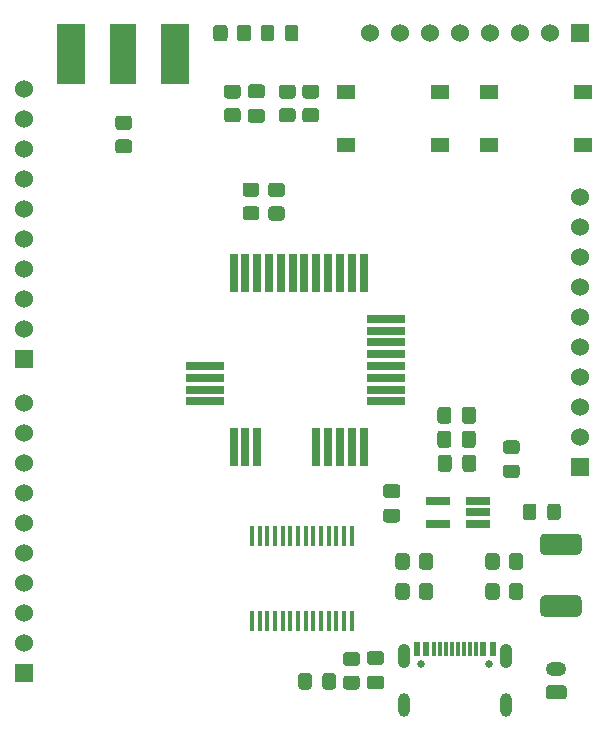
<source format=gts>
G04 #@! TF.GenerationSoftware,KiCad,Pcbnew,(5.1.10)-1*
G04 #@! TF.CreationDate,2021-10-24T18:30:48+02:00*
G04 #@! TF.ProjectId,rak3172_easeboard,72616b33-3137-4325-9f65-617365626f61,rev?*
G04 #@! TF.SameCoordinates,Original*
G04 #@! TF.FileFunction,Soldermask,Top*
G04 #@! TF.FilePolarity,Negative*
%FSLAX46Y46*%
G04 Gerber Fmt 4.6, Leading zero omitted, Abs format (unit mm)*
G04 Created by KiCad (PCBNEW (5.1.10)-1) date 2021-10-24 18:30:48*
%MOMM*%
%LPD*%
G01*
G04 APERTURE LIST*
%ADD10R,0.300000X1.150000*%
%ADD11R,0.600000X1.150000*%
%ADD12C,0.650000*%
%ADD13O,1.050000X2.100000*%
%ADD14O,1.000000X2.000000*%
%ADD15R,1.524000X1.524000*%
%ADD16C,1.524000*%
%ADD17R,0.700000X3.200000*%
%ADD18R,3.200000X0.700000*%
%ADD19R,2.000000X0.650000*%
%ADD20R,0.450000X1.750000*%
%ADD21R,1.550000X1.300000*%
%ADD22O,1.750000X1.200000*%
%ADD23R,2.290000X5.080000*%
%ADD24R,2.420000X5.080000*%
G04 APERTURE END LIST*
D10*
X152800000Y-126670000D03*
X153300000Y-126670000D03*
X153800000Y-126670000D03*
X156300000Y-126670000D03*
X155800000Y-126670000D03*
X155300000Y-126670000D03*
X154300000Y-126670000D03*
X154800000Y-126670000D03*
D11*
X156950000Y-126670000D03*
X152150000Y-126670000D03*
X157750000Y-126670000D03*
X151350000Y-126670000D03*
D12*
X151660000Y-127925000D03*
X157440000Y-127925000D03*
D13*
X158870000Y-127245000D03*
X150230000Y-127245000D03*
D14*
X158870000Y-131425000D03*
X150230000Y-131425000D03*
G36*
G01*
X149674600Y-113862300D02*
X148724600Y-113862300D01*
G75*
G02*
X148474600Y-113612300I0J250000D01*
G01*
X148474600Y-112937300D01*
G75*
G02*
X148724600Y-112687300I250000J0D01*
G01*
X149674600Y-112687300D01*
G75*
G02*
X149924600Y-112937300I0J-250000D01*
G01*
X149924600Y-113612300D01*
G75*
G02*
X149674600Y-113862300I-250000J0D01*
G01*
G37*
G36*
G01*
X149674600Y-115937300D02*
X148724600Y-115937300D01*
G75*
G02*
X148474600Y-115687300I0J250000D01*
G01*
X148474600Y-115012300D01*
G75*
G02*
X148724600Y-114762300I250000J0D01*
G01*
X149674600Y-114762300D01*
G75*
G02*
X149924600Y-115012300I0J-250000D01*
G01*
X149924600Y-115687300D01*
G75*
G02*
X149674600Y-115937300I-250000J0D01*
G01*
G37*
D15*
X118043200Y-128696400D03*
D16*
X118043200Y-126156400D03*
X118043200Y-123616400D03*
X118043200Y-121076400D03*
X118043200Y-118536400D03*
X118043200Y-115996400D03*
X118043200Y-113456400D03*
X118043200Y-105836400D03*
X118043200Y-108376400D03*
X118043200Y-110916400D03*
D15*
X118033800Y-102128000D03*
D16*
X118033800Y-99588000D03*
X118033800Y-97048000D03*
X118033800Y-94508000D03*
X118033800Y-91968000D03*
X118033800Y-89428000D03*
X118033800Y-86888000D03*
X118033800Y-79268000D03*
X118033800Y-81808000D03*
X118033800Y-84348000D03*
D15*
X165120000Y-74498200D03*
D16*
X162580000Y-74498200D03*
X160040000Y-74498200D03*
X157500000Y-74498200D03*
X154960000Y-74498200D03*
X147340000Y-74498200D03*
X149880000Y-74498200D03*
X152420000Y-74498200D03*
D15*
X165134000Y-111257600D03*
D16*
X165134000Y-108717600D03*
X165134000Y-106177600D03*
X165134000Y-103637600D03*
X165134000Y-101097600D03*
X165134000Y-98557600D03*
X165134000Y-96017600D03*
X165134000Y-88397600D03*
X165134000Y-90937600D03*
X165134000Y-93477600D03*
D17*
X135821600Y-94784200D03*
X136821600Y-94784200D03*
X137821600Y-94784200D03*
X138821600Y-94784200D03*
X139821600Y-94784200D03*
X140821600Y-94784200D03*
X141821600Y-94784200D03*
X142821600Y-94784200D03*
X143821600Y-94784200D03*
X144821600Y-94784200D03*
X145821600Y-94784200D03*
X146821600Y-94784200D03*
D18*
X148721600Y-98684200D03*
X148721600Y-99684200D03*
X148721600Y-100684200D03*
X148721600Y-101684200D03*
X148721600Y-102684200D03*
X148721600Y-103684200D03*
X148721600Y-104684200D03*
X148721600Y-105684200D03*
D17*
X146821600Y-109584200D03*
X145821600Y-109584200D03*
X144821600Y-109584200D03*
X143821600Y-109584200D03*
X142821600Y-109584200D03*
X137821600Y-109584200D03*
X136821600Y-109584200D03*
X135821600Y-109584200D03*
D18*
X133421600Y-105684200D03*
X133421600Y-104684200D03*
X133421600Y-103684200D03*
X133421600Y-102684200D03*
D19*
X156540200Y-116022200D03*
X156540200Y-115072200D03*
X156540200Y-114122200D03*
X153120200Y-114122200D03*
X153120200Y-116022200D03*
D20*
X137380000Y-124300800D03*
X138030000Y-124300800D03*
X138680000Y-124300800D03*
X139330000Y-124300800D03*
X139980000Y-124300800D03*
X140630000Y-124300800D03*
X141280000Y-124300800D03*
X141930000Y-124300800D03*
X142580000Y-124300800D03*
X143230000Y-124300800D03*
X143880000Y-124300800D03*
X144530000Y-124300800D03*
X145180000Y-124300800D03*
X145830000Y-124300800D03*
X145830000Y-117100800D03*
X145180000Y-117100800D03*
X144530000Y-117100800D03*
X143880000Y-117100800D03*
X143230000Y-117100800D03*
X142580000Y-117100800D03*
X141930000Y-117100800D03*
X141280000Y-117100800D03*
X140630000Y-117100800D03*
X139980000Y-117100800D03*
X139330000Y-117100800D03*
X138680000Y-117100800D03*
X138030000Y-117100800D03*
X137380000Y-117100800D03*
D21*
X165366600Y-79487200D03*
X165366600Y-83987200D03*
X157416600Y-83987200D03*
X157416600Y-79487200D03*
X145351600Y-83987200D03*
X145351600Y-79487200D03*
X153301600Y-79487200D03*
X153301600Y-83987200D03*
G36*
G01*
X157134000Y-122217601D02*
X157134000Y-121317599D01*
G75*
G02*
X157383999Y-121067600I249999J0D01*
G01*
X158084001Y-121067600D01*
G75*
G02*
X158334000Y-121317599I0J-249999D01*
G01*
X158334000Y-122217601D01*
G75*
G02*
X158084001Y-122467600I-249999J0D01*
G01*
X157383999Y-122467600D01*
G75*
G02*
X157134000Y-122217601I0J249999D01*
G01*
G37*
G36*
G01*
X159134000Y-122217601D02*
X159134000Y-121317599D01*
G75*
G02*
X159383999Y-121067600I249999J0D01*
G01*
X160084001Y-121067600D01*
G75*
G02*
X160334000Y-121317599I0J-249999D01*
G01*
X160334000Y-122217601D01*
G75*
G02*
X160084001Y-122467600I-249999J0D01*
G01*
X159383999Y-122467600D01*
G75*
G02*
X159134000Y-122217601I0J249999D01*
G01*
G37*
G36*
G01*
X157134000Y-119677601D02*
X157134000Y-118777599D01*
G75*
G02*
X157383999Y-118527600I249999J0D01*
G01*
X158084001Y-118527600D01*
G75*
G02*
X158334000Y-118777599I0J-249999D01*
G01*
X158334000Y-119677601D01*
G75*
G02*
X158084001Y-119927600I-249999J0D01*
G01*
X157383999Y-119927600D01*
G75*
G02*
X157134000Y-119677601I0J249999D01*
G01*
G37*
G36*
G01*
X159134000Y-119677601D02*
X159134000Y-118777599D01*
G75*
G02*
X159383999Y-118527600I249999J0D01*
G01*
X160084001Y-118527600D01*
G75*
G02*
X160334000Y-118777599I0J-249999D01*
G01*
X160334000Y-119677601D01*
G75*
G02*
X160084001Y-119927600I-249999J0D01*
G01*
X159383999Y-119927600D01*
G75*
G02*
X159134000Y-119677601I0J249999D01*
G01*
G37*
G36*
G01*
X152714000Y-118777599D02*
X152714000Y-119677601D01*
G75*
G02*
X152464001Y-119927600I-249999J0D01*
G01*
X151763999Y-119927600D01*
G75*
G02*
X151514000Y-119677601I0J249999D01*
G01*
X151514000Y-118777599D01*
G75*
G02*
X151763999Y-118527600I249999J0D01*
G01*
X152464001Y-118527600D01*
G75*
G02*
X152714000Y-118777599I0J-249999D01*
G01*
G37*
G36*
G01*
X150714000Y-118777599D02*
X150714000Y-119677601D01*
G75*
G02*
X150464001Y-119927600I-249999J0D01*
G01*
X149763999Y-119927600D01*
G75*
G02*
X149514000Y-119677601I0J249999D01*
G01*
X149514000Y-118777599D01*
G75*
G02*
X149763999Y-118527600I249999J0D01*
G01*
X150464001Y-118527600D01*
G75*
G02*
X150714000Y-118777599I0J-249999D01*
G01*
G37*
G36*
G01*
X152714000Y-121317599D02*
X152714000Y-122217601D01*
G75*
G02*
X152464001Y-122467600I-249999J0D01*
G01*
X151763999Y-122467600D01*
G75*
G02*
X151514000Y-122217601I0J249999D01*
G01*
X151514000Y-121317599D01*
G75*
G02*
X151763999Y-121067600I249999J0D01*
G01*
X152464001Y-121067600D01*
G75*
G02*
X152714000Y-121317599I0J-249999D01*
G01*
G37*
G36*
G01*
X150714000Y-121317599D02*
X150714000Y-122217601D01*
G75*
G02*
X150464001Y-122467600I-249999J0D01*
G01*
X149763999Y-122467600D01*
G75*
G02*
X149514000Y-122217601I0J249999D01*
G01*
X149514000Y-121317599D01*
G75*
G02*
X149763999Y-121067600I249999J0D01*
G01*
X150464001Y-121067600D01*
G75*
G02*
X150714000Y-121317599I0J-249999D01*
G01*
G37*
G36*
G01*
X126059999Y-81490000D02*
X126960001Y-81490000D01*
G75*
G02*
X127210000Y-81739999I0J-249999D01*
G01*
X127210000Y-82440001D01*
G75*
G02*
X126960001Y-82690000I-249999J0D01*
G01*
X126059999Y-82690000D01*
G75*
G02*
X125810000Y-82440001I0J249999D01*
G01*
X125810000Y-81739999D01*
G75*
G02*
X126059999Y-81490000I249999J0D01*
G01*
G37*
G36*
G01*
X126059999Y-83490000D02*
X126960001Y-83490000D01*
G75*
G02*
X127210000Y-83739999I0J-249999D01*
G01*
X127210000Y-84440001D01*
G75*
G02*
X126960001Y-84690000I-249999J0D01*
G01*
X126059999Y-84690000D01*
G75*
G02*
X125810000Y-84440001I0J249999D01*
G01*
X125810000Y-83739999D01*
G75*
G02*
X126059999Y-83490000I249999J0D01*
G01*
G37*
G36*
G01*
X134102800Y-74948201D02*
X134102800Y-74048199D01*
G75*
G02*
X134352799Y-73798200I249999J0D01*
G01*
X135052801Y-73798200D01*
G75*
G02*
X135302800Y-74048199I0J-249999D01*
G01*
X135302800Y-74948201D01*
G75*
G02*
X135052801Y-75198200I-249999J0D01*
G01*
X134352799Y-75198200D01*
G75*
G02*
X134102800Y-74948201I0J249999D01*
G01*
G37*
G36*
G01*
X136102800Y-74948201D02*
X136102800Y-74048199D01*
G75*
G02*
X136352799Y-73798200I249999J0D01*
G01*
X137052801Y-73798200D01*
G75*
G02*
X137302800Y-74048199I0J-249999D01*
G01*
X137302800Y-74948201D01*
G75*
G02*
X137052801Y-75198200I-249999J0D01*
G01*
X136352799Y-75198200D01*
G75*
G02*
X136102800Y-74948201I0J249999D01*
G01*
G37*
G36*
G01*
X136836999Y-87149000D02*
X137737001Y-87149000D01*
G75*
G02*
X137987000Y-87398999I0J-249999D01*
G01*
X137987000Y-88099001D01*
G75*
G02*
X137737001Y-88349000I-249999J0D01*
G01*
X136836999Y-88349000D01*
G75*
G02*
X136587000Y-88099001I0J249999D01*
G01*
X136587000Y-87398999D01*
G75*
G02*
X136836999Y-87149000I249999J0D01*
G01*
G37*
G36*
G01*
X136836999Y-89149000D02*
X137737001Y-89149000D01*
G75*
G02*
X137987000Y-89398999I0J-249999D01*
G01*
X137987000Y-90099001D01*
G75*
G02*
X137737001Y-90349000I-249999J0D01*
G01*
X136836999Y-90349000D01*
G75*
G02*
X136587000Y-90099001I0J249999D01*
G01*
X136587000Y-89398999D01*
G75*
G02*
X136836999Y-89149000I249999J0D01*
G01*
G37*
G36*
G01*
X138995999Y-87174400D02*
X139896001Y-87174400D01*
G75*
G02*
X140146000Y-87424399I0J-249999D01*
G01*
X140146000Y-88124401D01*
G75*
G02*
X139896001Y-88374400I-249999J0D01*
G01*
X138995999Y-88374400D01*
G75*
G02*
X138746000Y-88124401I0J249999D01*
G01*
X138746000Y-87424399D01*
G75*
G02*
X138995999Y-87174400I249999J0D01*
G01*
G37*
G36*
G01*
X138995999Y-89174400D02*
X139896001Y-89174400D01*
G75*
G02*
X140146000Y-89424399I0J-249999D01*
G01*
X140146000Y-90124401D01*
G75*
G02*
X139896001Y-90374400I-249999J0D01*
G01*
X138995999Y-90374400D01*
G75*
G02*
X138746000Y-90124401I0J249999D01*
G01*
X138746000Y-89424399D01*
G75*
G02*
X138995999Y-89174400I249999J0D01*
G01*
G37*
G36*
G01*
X135262199Y-78851200D02*
X136162201Y-78851200D01*
G75*
G02*
X136412200Y-79101199I0J-249999D01*
G01*
X136412200Y-79801201D01*
G75*
G02*
X136162201Y-80051200I-249999J0D01*
G01*
X135262199Y-80051200D01*
G75*
G02*
X135012200Y-79801201I0J249999D01*
G01*
X135012200Y-79101199D01*
G75*
G02*
X135262199Y-78851200I249999J0D01*
G01*
G37*
G36*
G01*
X135262199Y-80851200D02*
X136162201Y-80851200D01*
G75*
G02*
X136412200Y-81101199I0J-249999D01*
G01*
X136412200Y-81801201D01*
G75*
G02*
X136162201Y-82051200I-249999J0D01*
G01*
X135262199Y-82051200D01*
G75*
G02*
X135012200Y-81801201I0J249999D01*
G01*
X135012200Y-81101199D01*
G75*
G02*
X135262199Y-80851200I249999J0D01*
G01*
G37*
G36*
G01*
X142791601Y-82051200D02*
X141891599Y-82051200D01*
G75*
G02*
X141641600Y-81801201I0J249999D01*
G01*
X141641600Y-81101199D01*
G75*
G02*
X141891599Y-80851200I249999J0D01*
G01*
X142791601Y-80851200D01*
G75*
G02*
X143041600Y-81101199I0J-249999D01*
G01*
X143041600Y-81801201D01*
G75*
G02*
X142791601Y-82051200I-249999J0D01*
G01*
G37*
G36*
G01*
X142791601Y-80051200D02*
X141891599Y-80051200D01*
G75*
G02*
X141641600Y-79801201I0J249999D01*
G01*
X141641600Y-79101199D01*
G75*
G02*
X141891599Y-78851200I249999J0D01*
G01*
X142791601Y-78851200D01*
G75*
G02*
X143041600Y-79101199I0J-249999D01*
G01*
X143041600Y-79801201D01*
G75*
G02*
X142791601Y-80051200I-249999J0D01*
G01*
G37*
G36*
G01*
X140810401Y-82051200D02*
X139910399Y-82051200D01*
G75*
G02*
X139660400Y-81801201I0J249999D01*
G01*
X139660400Y-81101199D01*
G75*
G02*
X139910399Y-80851200I249999J0D01*
G01*
X140810401Y-80851200D01*
G75*
G02*
X141060400Y-81101199I0J-249999D01*
G01*
X141060400Y-81801201D01*
G75*
G02*
X140810401Y-82051200I-249999J0D01*
G01*
G37*
G36*
G01*
X140810401Y-80051200D02*
X139910399Y-80051200D01*
G75*
G02*
X139660400Y-79801201I0J249999D01*
G01*
X139660400Y-79101199D01*
G75*
G02*
X139910399Y-78851200I249999J0D01*
G01*
X140810401Y-78851200D01*
G75*
G02*
X141060400Y-79101199I0J-249999D01*
G01*
X141060400Y-79801201D01*
G75*
G02*
X140810401Y-80051200I-249999J0D01*
G01*
G37*
G36*
G01*
X146246001Y-130089200D02*
X145345999Y-130089200D01*
G75*
G02*
X145096000Y-129839201I0J249999D01*
G01*
X145096000Y-129139199D01*
G75*
G02*
X145345999Y-128889200I249999J0D01*
G01*
X146246001Y-128889200D01*
G75*
G02*
X146496000Y-129139199I0J-249999D01*
G01*
X146496000Y-129839201D01*
G75*
G02*
X146246001Y-130089200I-249999J0D01*
G01*
G37*
G36*
G01*
X146246001Y-128089200D02*
X145345999Y-128089200D01*
G75*
G02*
X145096000Y-127839201I0J249999D01*
G01*
X145096000Y-127139199D01*
G75*
G02*
X145345999Y-126889200I249999J0D01*
G01*
X146246001Y-126889200D01*
G75*
G02*
X146496000Y-127139199I0J-249999D01*
G01*
X146496000Y-127839201D01*
G75*
G02*
X146246001Y-128089200I-249999J0D01*
G01*
G37*
G36*
G01*
X141309000Y-74048199D02*
X141309000Y-74948201D01*
G75*
G02*
X141059001Y-75198200I-249999J0D01*
G01*
X140408999Y-75198200D01*
G75*
G02*
X140159000Y-74948201I0J249999D01*
G01*
X140159000Y-74048199D01*
G75*
G02*
X140408999Y-73798200I249999J0D01*
G01*
X141059001Y-73798200D01*
G75*
G02*
X141309000Y-74048199I0J-249999D01*
G01*
G37*
G36*
G01*
X139259000Y-74048199D02*
X139259000Y-74948201D01*
G75*
G02*
X139009001Y-75198200I-249999J0D01*
G01*
X138358999Y-75198200D01*
G75*
G02*
X138109000Y-74948201I0J249999D01*
G01*
X138109000Y-74048199D01*
G75*
G02*
X138358999Y-73798200I249999J0D01*
G01*
X139009001Y-73798200D01*
G75*
G02*
X139259000Y-74048199I0J-249999D01*
G01*
G37*
G36*
G01*
X141291400Y-129837601D02*
X141291400Y-128937599D01*
G75*
G02*
X141541399Y-128687600I249999J0D01*
G01*
X142191401Y-128687600D01*
G75*
G02*
X142441400Y-128937599I0J-249999D01*
G01*
X142441400Y-129837601D01*
G75*
G02*
X142191401Y-130087600I-249999J0D01*
G01*
X141541399Y-130087600D01*
G75*
G02*
X141291400Y-129837601I0J249999D01*
G01*
G37*
G36*
G01*
X143341400Y-129837601D02*
X143341400Y-128937599D01*
G75*
G02*
X143591399Y-128687600I249999J0D01*
G01*
X144241401Y-128687600D01*
G75*
G02*
X144491400Y-128937599I0J-249999D01*
G01*
X144491400Y-129837601D01*
G75*
G02*
X144241401Y-130087600I-249999J0D01*
G01*
X143591399Y-130087600D01*
G75*
G02*
X143341400Y-129837601I0J249999D01*
G01*
G37*
G36*
G01*
X163759001Y-130907600D02*
X162508999Y-130907600D01*
G75*
G02*
X162259000Y-130657601I0J249999D01*
G01*
X162259000Y-129957599D01*
G75*
G02*
X162508999Y-129707600I249999J0D01*
G01*
X163759001Y-129707600D01*
G75*
G02*
X164009000Y-129957599I0J-249999D01*
G01*
X164009000Y-130657601D01*
G75*
G02*
X163759001Y-130907600I-249999J0D01*
G01*
G37*
D22*
X163134000Y-128307600D03*
D23*
X126441200Y-76283400D03*
D24*
X130821200Y-76283400D03*
X122061200Y-76283400D03*
G36*
G01*
X162120800Y-116881400D02*
X164929600Y-116881400D01*
G75*
G02*
X165275200Y-117227000I0J-345600D01*
G01*
X165275200Y-118335800D01*
G75*
G02*
X164929600Y-118681400I-345600J0D01*
G01*
X162120800Y-118681400D01*
G75*
G02*
X161775200Y-118335800I0J345600D01*
G01*
X161775200Y-117227000D01*
G75*
G02*
X162120800Y-116881400I345600J0D01*
G01*
G37*
G36*
G01*
X162120800Y-122111400D02*
X164929600Y-122111400D01*
G75*
G02*
X165275200Y-122457000I0J-345600D01*
G01*
X165275200Y-123565800D01*
G75*
G02*
X164929600Y-123911400I-345600J0D01*
G01*
X162120800Y-123911400D01*
G75*
G02*
X161775200Y-123565800I0J345600D01*
G01*
X161775200Y-122457000D01*
G75*
G02*
X162120800Y-122111400I345600J0D01*
G01*
G37*
G36*
G01*
X159784201Y-112175200D02*
X158884199Y-112175200D01*
G75*
G02*
X158634200Y-111925201I0J249999D01*
G01*
X158634200Y-111275199D01*
G75*
G02*
X158884199Y-111025200I249999J0D01*
G01*
X159784201Y-111025200D01*
G75*
G02*
X160034200Y-111275199I0J-249999D01*
G01*
X160034200Y-111925201D01*
G75*
G02*
X159784201Y-112175200I-249999J0D01*
G01*
G37*
G36*
G01*
X159784201Y-110125200D02*
X158884199Y-110125200D01*
G75*
G02*
X158634200Y-109875201I0J249999D01*
G01*
X158634200Y-109225199D01*
G75*
G02*
X158884199Y-108975200I249999J0D01*
G01*
X159784201Y-108975200D01*
G75*
G02*
X160034200Y-109225199I0J-249999D01*
G01*
X160034200Y-109875201D01*
G75*
G02*
X159784201Y-110125200I-249999J0D01*
G01*
G37*
G36*
G01*
X160308600Y-115486601D02*
X160308600Y-114586599D01*
G75*
G02*
X160558599Y-114336600I249999J0D01*
G01*
X161208601Y-114336600D01*
G75*
G02*
X161458600Y-114586599I0J-249999D01*
G01*
X161458600Y-115486601D01*
G75*
G02*
X161208601Y-115736600I-249999J0D01*
G01*
X160558599Y-115736600D01*
G75*
G02*
X160308600Y-115486601I0J249999D01*
G01*
G37*
G36*
G01*
X162358600Y-115486601D02*
X162358600Y-114586599D01*
G75*
G02*
X162608599Y-114336600I249999J0D01*
G01*
X163258601Y-114336600D01*
G75*
G02*
X163508600Y-114586599I0J-249999D01*
G01*
X163508600Y-115486601D01*
G75*
G02*
X163258601Y-115736600I-249999J0D01*
G01*
X162608599Y-115736600D01*
G75*
G02*
X162358600Y-115486601I0J249999D01*
G01*
G37*
G36*
G01*
X153107900Y-111396800D02*
X153107900Y-110446800D01*
G75*
G02*
X153357900Y-110196800I250000J0D01*
G01*
X154032900Y-110196800D01*
G75*
G02*
X154282900Y-110446800I0J-250000D01*
G01*
X154282900Y-111396800D01*
G75*
G02*
X154032900Y-111646800I-250000J0D01*
G01*
X153357900Y-111646800D01*
G75*
G02*
X153107900Y-111396800I0J250000D01*
G01*
G37*
G36*
G01*
X155182900Y-111396800D02*
X155182900Y-110446800D01*
G75*
G02*
X155432900Y-110196800I250000J0D01*
G01*
X156107900Y-110196800D01*
G75*
G02*
X156357900Y-110446800I0J-250000D01*
G01*
X156357900Y-111396800D01*
G75*
G02*
X156107900Y-111646800I-250000J0D01*
G01*
X155432900Y-111646800D01*
G75*
G02*
X155182900Y-111396800I0J250000D01*
G01*
G37*
G36*
G01*
X147353000Y-126818900D02*
X148303000Y-126818900D01*
G75*
G02*
X148553000Y-127068900I0J-250000D01*
G01*
X148553000Y-127743900D01*
G75*
G02*
X148303000Y-127993900I-250000J0D01*
G01*
X147353000Y-127993900D01*
G75*
G02*
X147103000Y-127743900I0J250000D01*
G01*
X147103000Y-127068900D01*
G75*
G02*
X147353000Y-126818900I250000J0D01*
G01*
G37*
G36*
G01*
X147353000Y-128893900D02*
X148303000Y-128893900D01*
G75*
G02*
X148553000Y-129143900I0J-250000D01*
G01*
X148553000Y-129818900D01*
G75*
G02*
X148303000Y-130068900I-250000J0D01*
G01*
X147353000Y-130068900D01*
G75*
G02*
X147103000Y-129818900I0J250000D01*
G01*
X147103000Y-129143900D01*
G75*
G02*
X147353000Y-128893900I250000J0D01*
G01*
G37*
G36*
G01*
X137269200Y-78838300D02*
X138219200Y-78838300D01*
G75*
G02*
X138469200Y-79088300I0J-250000D01*
G01*
X138469200Y-79763300D01*
G75*
G02*
X138219200Y-80013300I-250000J0D01*
G01*
X137269200Y-80013300D01*
G75*
G02*
X137019200Y-79763300I0J250000D01*
G01*
X137019200Y-79088300D01*
G75*
G02*
X137269200Y-78838300I250000J0D01*
G01*
G37*
G36*
G01*
X137269200Y-80913300D02*
X138219200Y-80913300D01*
G75*
G02*
X138469200Y-81163300I0J-250000D01*
G01*
X138469200Y-81838300D01*
G75*
G02*
X138219200Y-82088300I-250000J0D01*
G01*
X137269200Y-82088300D01*
G75*
G02*
X137019200Y-81838300I0J250000D01*
G01*
X137019200Y-81163300D01*
G75*
G02*
X137269200Y-80913300I250000J0D01*
G01*
G37*
G36*
G01*
X153064900Y-109364800D02*
X153064900Y-108414800D01*
G75*
G02*
X153314900Y-108164800I250000J0D01*
G01*
X153989900Y-108164800D01*
G75*
G02*
X154239900Y-108414800I0J-250000D01*
G01*
X154239900Y-109364800D01*
G75*
G02*
X153989900Y-109614800I-250000J0D01*
G01*
X153314900Y-109614800D01*
G75*
G02*
X153064900Y-109364800I0J250000D01*
G01*
G37*
G36*
G01*
X155139900Y-109364800D02*
X155139900Y-108414800D01*
G75*
G02*
X155389900Y-108164800I250000J0D01*
G01*
X156064900Y-108164800D01*
G75*
G02*
X156314900Y-108414800I0J-250000D01*
G01*
X156314900Y-109364800D01*
G75*
G02*
X156064900Y-109614800I-250000J0D01*
G01*
X155389900Y-109614800D01*
G75*
G02*
X155139900Y-109364800I0J250000D01*
G01*
G37*
G36*
G01*
X153082500Y-107332800D02*
X153082500Y-106382800D01*
G75*
G02*
X153332500Y-106132800I250000J0D01*
G01*
X154007500Y-106132800D01*
G75*
G02*
X154257500Y-106382800I0J-250000D01*
G01*
X154257500Y-107332800D01*
G75*
G02*
X154007500Y-107582800I-250000J0D01*
G01*
X153332500Y-107582800D01*
G75*
G02*
X153082500Y-107332800I0J250000D01*
G01*
G37*
G36*
G01*
X155157500Y-107332800D02*
X155157500Y-106382800D01*
G75*
G02*
X155407500Y-106132800I250000J0D01*
G01*
X156082500Y-106132800D01*
G75*
G02*
X156332500Y-106382800I0J-250000D01*
G01*
X156332500Y-107332800D01*
G75*
G02*
X156082500Y-107582800I-250000J0D01*
G01*
X155407500Y-107582800D01*
G75*
G02*
X155157500Y-107332800I0J250000D01*
G01*
G37*
M02*

</source>
